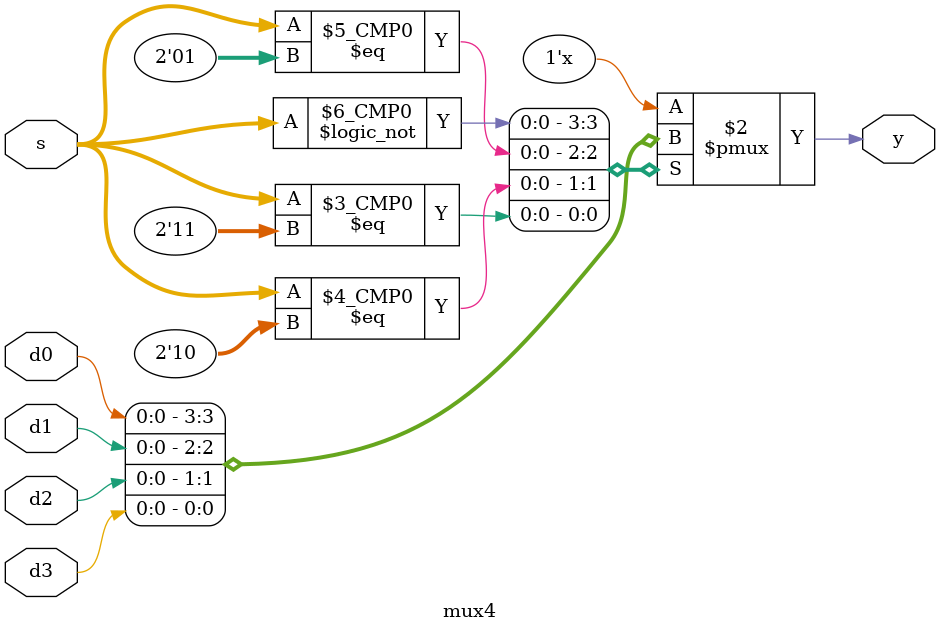
<source format=v>
module mux4(
    input [1:0] s,
    input       d0, d1, d2, d3,
    output reg  y
);
    always @(*) begin
        case (s)
            2'd0: y = d0; 
            2'd1: y = d1; 
            2'd2: y = d2; 
            2'd3: y = d3; 
        endcase
    end
endmodule
</source>
